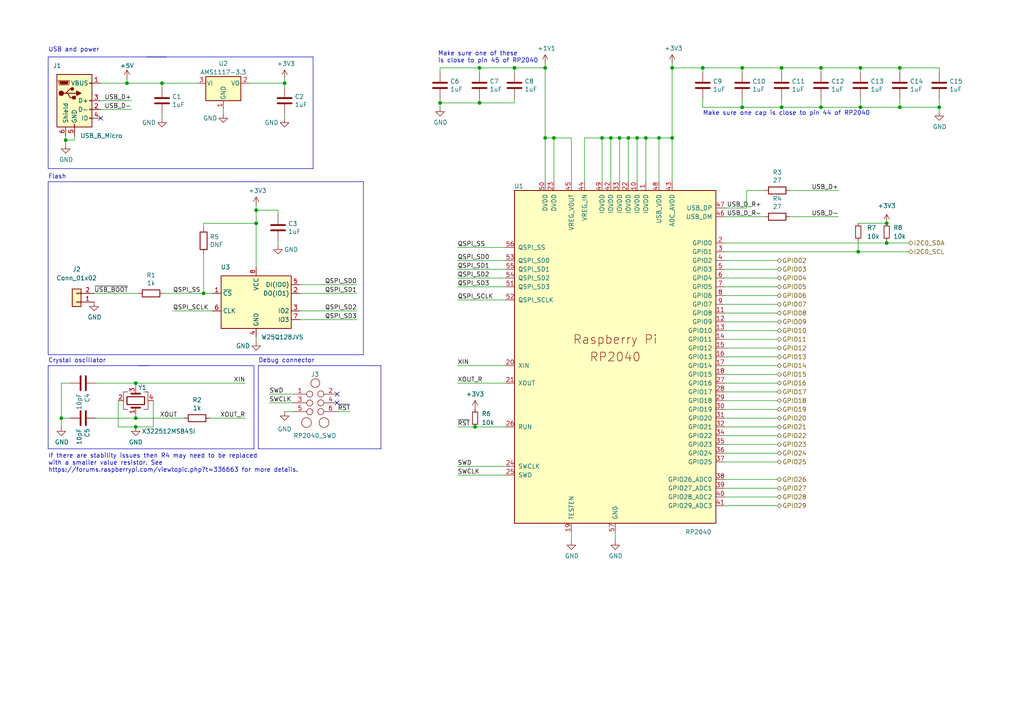
<source format=kicad_sch>
(kicad_sch (version 20230121) (generator eeschema)
  (paper "A4")
  (lib_symbols
    (symbol "+3V3_1" (power) (pin_names (offset 0))
      (property "Value" "+3V3_1" (at 0 3.556 0))
      (symbol "+3V3_1_0_1"
        (polyline (pts (xy -0.762 1.27) (xy 0 2.54)))
        (polyline (pts (xy 0 0) (xy 0 2.54)))
        (polyline (pts (xy 0 2.54) (xy 0.762 1.27)))
      )
      (symbol "+3V3_1_1_1"
        (pin power_in line (at 0 0 90) (length 0) hide (name "+3V3") (number "1"))
      )
    )
    (symbol "Connector:USB_B_Micro" (pin_names (offset 1.016))
      (property "Reference" "J" (at -5.08 11.43 0))
      (property "Value" "USB_B_Micro" (at -5.08 8.89 0))
      (symbol "USB_B_Micro_0_1"
        (rectangle (start -5.08 -7.62) (end 5.08 7.62) (stroke (width 0.254)) (fill (type background)))
        (circle (center -3.81 2.159) (radius 0.635) (stroke (width 0.254)) (fill (type outline)))
        (circle (center -0.635 3.429) (radius 0.381) (stroke (width 0.254)) (fill (type outline)))
        (rectangle (start -0.127 -7.62) (end 0.127 -6.858))
        (polyline (pts (xy -1.905 2.159) (xy 0.635 2.159)) (stroke (width 0.254)))
        (polyline (pts (xy -3.175 2.159) (xy -2.54 2.159) (xy -1.27 3.429) (xy -0.635 3.429)) (stroke (width 0.254)))
        (polyline (pts (xy -2.54 2.159) (xy -1.905 2.159) (xy -1.27 0.889) (xy 0 0.889)) (stroke (width 0.254)))
        (polyline (pts (xy 0.635 2.794) (xy 0.635 1.524) (xy 1.905 2.159) (xy 0.635 2.794)) (stroke (width 0.254)) (fill (type outline)))
        (polyline (pts (xy -4.318 5.588) (xy -1.778 5.588) (xy -2.032 4.826) (xy -4.064 4.826) (xy -4.318 5.588)) (fill (type outline)))
        (polyline (pts (xy -4.699 5.842) (xy -4.699 5.588) (xy -4.445 4.826) (xy -4.445 4.572) (xy -1.651 4.572) (xy -1.651 4.826) (xy -1.397 5.588) (xy -1.397 5.842) (xy -4.699 5.842)))
        (rectangle (start 0.254 1.27) (end -0.508 0.508) (stroke (width 0.254)) (fill (type outline)))
        (rectangle (start 5.08 -5.207) (end 4.318 -4.953))
        (rectangle (start 5.08 -2.667) (end 4.318 -2.413))
        (rectangle (start 5.08 -0.127) (end 4.318 0.127))
        (rectangle (start 5.08 4.953) (end 4.318 5.207))
      )
      (symbol "USB_B_Micro_1_1"
        (pin power_out line (at 7.62 5.08 180) (length 2.54) (name "VBUS") (number "1"))
        (pin bidirectional line (at 7.62 -2.54 180) (length 2.54) (name "D-") (number "2"))
        (pin bidirectional line (at 7.62 0 180) (length 2.54) (name "D+") (number "3"))
        (pin passive line (at 7.62 -5.08 180) (length 2.54) (name "ID") (number "4"))
        (pin power_out line (at 0 -10.16 90) (length 2.54) (name "GND") (number "5"))
        (pin passive line (at -2.54 -10.16 90) (length 2.54) (name "Shield") (number "6"))
      )
    )
    (symbol "Connector_Generic:Conn_01x02" (pin_names (offset 1.016) hide)
      (property "Reference" "J" (at 0 2.54 0))
      (property "Value" "Conn_01x02" (at 0 -5.08 0))
      (symbol "Conn_01x02_1_1"
        (rectangle (start -1.27 -2.413) (end 0 -2.667) (stroke (width 0.1524)))
        (rectangle (start -1.27 0.127) (end 0 -0.127) (stroke (width 0.1524)))
        (rectangle (start -1.27 1.27) (end 1.27 -3.81) (stroke (width 0.254)) (fill (type background)))
        (pin passive line (at -5.08 0 0) (length 3.81) (name "Pin_1") (number "1"))
        (pin passive line (at -5.08 -2.54 0) (length 3.81) (name "Pin_2") (number "2"))
      )
    )
    (symbol "Custom_Symbols:RP2040" (pin_names (offset 1.016))
      (property "Reference" "U" (at -29.21 49.53 0))
      (property "Value" "RP2040" (at 24.13 -49.53 0))
      (symbol "RP2040_0_0"
        (text "Raspberry Pi" (at 0 5.08 0) (effects (font (size 2.54 2.54))))
        (text "RP2040" (at 0 0 0) (effects (font (size 2.54 2.54))))
      )
      (symbol "RP2040_0_1"
        (rectangle (start 29.21 48.26) (end -29.21 -48.26) (stroke (width 0.254)) (fill (type background)))
      )
      (symbol "RP2040_1_1"
        (pin power_in line (at 8.89 50.8 270) (length 2.54) (name "IOVDD") (number "1"))
        (pin power_in line (at 6.35 50.8 270) (length 2.54) (name "IOVDD") (number "10"))
        (pin bidirectional line (at 31.75 12.7 180) (length 2.54) (name "GPIO8") (number "11"))
        (pin bidirectional line (at 31.75 10.16 180) (length 2.54) (name "GPIO9") (number "12"))
        (pin bidirectional line (at 31.75 7.62 180) (length 2.54) (name "GPIO10") (number "13"))
        (pin bidirectional line (at 31.75 5.08 180) (length 2.54) (name "GPIO11") (number "14"))
        (pin bidirectional line (at 31.75 2.54 180) (length 2.54) (name "GPIO12") (number "15"))
        (pin bidirectional line (at 31.75 0 180) (length 2.54) (name "GPIO13") (number "16"))
        (pin bidirectional line (at 31.75 -2.54 180) (length 2.54) (name "GPIO14") (number "17"))
        (pin bidirectional line (at 31.75 -5.08 180) (length 2.54) (name "GPIO15") (number "18"))
        (pin passive line (at -12.7 -50.8 90) (length 2.54) (name "TESTEN") (number "19"))
        (pin bidirectional line (at 31.75 33.02 180) (length 2.54) (name "GPIO0") (number "2"))
        (pin input line (at -31.75 -2.54 0) (length 2.54) (name "XIN") (number "20"))
        (pin passive line (at -31.75 -7.62 0) (length 2.54) (name "XOUT") (number "21"))
        (pin power_in line (at 3.81 50.8 270) (length 2.54) (name "IOVDD") (number "22"))
        (pin power_in line (at -17.78 50.8 270) (length 2.54) (name "DVDD") (number "23"))
        (pin output line (at -31.75 -31.75 0) (length 2.54) (name "SWCLK") (number "24"))
        (pin bidirectional line (at -31.75 -34.29 0) (length 2.54) (name "SWD") (number "25"))
        (pin input line (at -31.75 -20.32 0) (length 2.54) (name "RUN") (number "26"))
        (pin bidirectional line (at 31.75 -7.62 180) (length 2.54) (name "GPIO16") (number "27"))
        (pin bidirectional line (at 31.75 -10.16 180) (length 2.54) (name "GPIO17") (number "28"))
        (pin bidirectional line (at 31.75 -12.7 180) (length 2.54) (name "GPIO18") (number "29"))
        (pin bidirectional line (at 31.75 30.48 180) (length 2.54) (name "GPIO1") (number "3"))
        (pin bidirectional line (at 31.75 -15.24 180) (length 2.54) (name "GPIO19") (number "30"))
        (pin bidirectional line (at 31.75 -17.78 180) (length 2.54) (name "GPIO20") (number "31"))
        (pin bidirectional line (at 31.75 -20.32 180) (length 2.54) (name "GPIO21") (number "32"))
        (pin power_in line (at 1.27 50.8 270) (length 2.54) (name "IOVDD") (number "33"))
        (pin bidirectional line (at 31.75 -22.86 180) (length 2.54) (name "GPIO22") (number "34"))
        (pin bidirectional line (at 31.75 -25.4 180) (length 2.54) (name "GPIO23") (number "35"))
        (pin bidirectional line (at 31.75 -27.94 180) (length 2.54) (name "GPIO24") (number "36"))
        (pin bidirectional line (at 31.75 -30.48 180) (length 2.54) (name "GPIO25") (number "37"))
        (pin bidirectional line (at 31.75 -35.56 180) (length 2.54) (name "GPIO26_ADC0") (number "38"))
        (pin bidirectional line (at 31.75 -38.1 180) (length 2.54) (name "GPIO27_ADC1") (number "39"))
        (pin bidirectional line (at 31.75 27.94 180) (length 2.54) (name "GPIO2") (number "4"))
        (pin bidirectional line (at 31.75 -40.64 180) (length 2.54) (name "GPIO28_ADC2") (number "40"))
        (pin bidirectional line (at 31.75 -43.18 180) (length 2.54) (name "GPIO29_ADC3") (number "41"))
        (pin power_in line (at -1.27 50.8 270) (length 2.54) (name "IOVDD") (number "42"))
        (pin power_in line (at 16.51 50.8 270) (length 2.54) (name "ADC_AVDD") (number "43"))
        (pin power_in line (at -8.89 50.8 270) (length 2.54) (name "VREG_IN") (number "44"))
        (pin power_out line (at -12.7 50.8 270) (length 2.54) (name "VREG_VOUT") (number "45"))
        (pin bidirectional line (at 31.75 40.64 180) (length 2.54) (name "USB_DM") (number "46"))
        (pin bidirectional line (at 31.75 43.18 180) (length 2.54) (name "USB_DP") (number "47"))
        (pin power_in line (at 12.7 50.8 270) (length 2.54) (name "USB_VDD") (number "48"))
        (pin power_in line (at -3.81 50.8 270) (length 2.54) (name "IOVDD") (number "49"))
        (pin bidirectional line (at 31.75 25.4 180) (length 2.54) (name "GPIO3") (number "5"))
        (pin power_in line (at -20.32 50.8 270) (length 2.54) (name "DVDD") (number "50"))
        (pin bidirectional line (at -31.75 20.32 0) (length 2.54) (name "QSPI_SD3") (number "51"))
        (pin output line (at -31.75 16.51 0) (length 2.54) (name "QSPI_SCLK") (number "52"))
        (pin bidirectional line (at -31.75 27.94 0) (length 2.54) (name "QSPI_SD0") (number "53"))
        (pin bidirectional line (at -31.75 22.86 0) (length 2.54) (name "QSPI_SD2") (number "54"))
        (pin bidirectional line (at -31.75 25.4 0) (length 2.54) (name "QSPI_SD1") (number "55"))
        (pin bidirectional line (at -31.75 31.75 0) (length 2.54) (name "QSPI_SS") (number "56"))
        (pin power_in line (at 0 -50.8 90) (length 2.54) (name "GND") (number "57"))
        (pin bidirectional line (at 31.75 22.86 180) (length 2.54) (name "GPIO4") (number "6"))
        (pin bidirectional line (at 31.75 20.32 180) (length 2.54) (name "GPIO5") (number "7"))
        (pin bidirectional line (at 31.75 17.78 180) (length 2.54) (name "GPIO6") (number "8"))
        (pin bidirectional line (at 31.75 15.24 180) (length 2.54) (name "GPIO7") (number "9"))
      )
    )
    (symbol "Custom_Symbols:TC2030-IDC-NL" (pin_names (offset 1.016) hide)
      (property "Reference" "J" (at 0 -8.89 0))
      (property "Value" "TC2030-IDC-NL" (at 0.635 -11.43 0))
      (symbol "TC2030-IDC-NL_0_1"
        (circle (center -2.54 -5.715) (radius 1.4224))
        (circle (center -1.6002 2.54) (radius 0.889))
        (circle (center 0 5.715) (radius 1.27))
      )
      (symbol "TC2030-IDC-NL_1_1"
        (circle (center -1.6002 -2.5908) (radius 0.889))
        (circle (center -1.6002 -0.0508) (radius 0.889))
        (circle (center 1.6002 -2.54) (radius 0.889))
        (circle (center 1.6002 0) (radius 0.889))
        (circle (center 1.6002 2.5908) (radius 0.889))
        (circle (center 2.54 -5.715) (radius 1.4224))
        (pin passive line (at -6.35 2.54 0) (length 3.81) (name "Pin_1") (number "1"))
        (pin passive line (at 6.35 2.54 180) (length 3.81) (name "Pin_2") (number "2"))
        (pin passive line (at -6.35 0 0) (length 3.81) (name "Pin_3") (number "3"))
        (pin passive line (at 6.35 0 180) (length 3.81) (name "Pin_4") (number "4"))
        (pin passive line (at -6.35 -2.54 0) (length 3.81) (name "Pin_5") (number "5"))
        (pin passive line (at 6.35 -2.54 180) (length 3.81) (name "Pin_6") (number "6"))
      )
    )
    (symbol "Device:C" (pin_numbers hide) (pin_names (offset 0.254))
      (property "Reference" "C" (at 0.635 2.54 0))
      (property "Value" "C" (at 0.635 -2.54 0))
      (symbol "C_0_1"
        (polyline (pts (xy -2.032 -0.762) (xy 2.032 -0.762)) (stroke (width 0.508)))
        (polyline (pts (xy -2.032 0.762) (xy 2.032 0.762)) (stroke (width 0.508)))
      )
      (symbol "C_1_1"
        (pin passive line (at 0 3.81 270) (length 2.794) (name "~") (number "1"))
        (pin passive line (at 0 -3.81 90) (length 2.794) (name "~") (number "2"))
      )
    )
    (symbol "Device:Crystal_GND24" (pin_names (offset 1.016) hide)
      (property "Reference" "Y" (at 3.175 5.08 0))
      (property "Value" "Crystal_GND24" (at 3.175 3.175 0))
      (symbol "Crystal_GND24_0_1"
        (rectangle (start -1.143 2.54) (end 1.143 -2.54) (stroke (width 0.3048)))
        (polyline (pts (xy -2.54 0) (xy -2.032 0)))
        (polyline (pts (xy -2.032 -1.27) (xy -2.032 1.27)) (stroke (width 0.508)))
        (polyline (pts (xy 0 -3.81) (xy 0 -3.556)))
        (polyline (pts (xy 0 3.556) (xy 0 3.81)))
        (polyline (pts (xy 2.032 -1.27) (xy 2.032 1.27)) (stroke (width 0.508)))
        (polyline (pts (xy 2.032 0) (xy 2.54 0)))
        (polyline (pts (xy -2.54 -2.286) (xy -2.54 -3.556) (xy 2.54 -3.556) (xy 2.54 -2.286)))
        (polyline (pts (xy -2.54 2.286) (xy -2.54 3.556) (xy 2.54 3.556) (xy 2.54 2.286)))
      )
      (symbol "Crystal_GND24_1_1"
        (pin passive line (at -3.81 0 0) (length 1.27) (name "1") (number "1"))
        (pin passive line (at 0 5.08 270) (length 1.27) (name "2") (number "2"))
        (pin passive line (at 3.81 0 180) (length 1.27) (name "3") (number "3"))
        (pin passive line (at 0 -5.08 90) (length 1.27) (name "4") (number "4"))
      )
    )
    (symbol "Device:R" (pin_numbers hide) (pin_names (offset 0))
      (property "Reference" "R" (at 2.032 0 90))
      (property "Value" "R" (at 0 0 90))
      (symbol "R_0_1"
        (rectangle (start -1.016 -2.54) (end 1.016 2.54) (stroke (width 0.254)))
      )
      (symbol "R_1_1"
        (pin passive line (at 0 3.81 270) (length 1.27) (name "~") (number "1"))
        (pin passive line (at 0 -3.81 90) (length 1.27) (name "~") (number "2"))
      )
    )
    (symbol "Device:R_Small" (pin_numbers hide) (pin_names (offset 0.254) hide)
      (property "Reference" "R" (at 0.762 0.508 0))
      (property "Value" "R_Small" (at 0.762 -1.016 0))
      (symbol "R_Small_0_1"
        (rectangle (start -0.762 1.778) (end 0.762 -1.778) (stroke (width 0.2032)))
      )
      (symbol "R_Small_1_1"
        (pin passive line (at 0 2.54 270) (length 0.762) (name "~") (number "1"))
        (pin passive line (at 0 -2.54 90) (length 0.762) (name "~") (number "2"))
      )
    )
    (symbol "Memory_Flash:W25Q128JVS"
      (property "Reference" "U" (at -8.89 8.89 0))
      (property "Value" "W25Q128JVS" (at 7.62 8.89 0))
      (symbol "W25Q128JVS_0_1"
        (rectangle (start -10.16 7.62) (end 10.16 -7.62) (stroke (width 0.254)) (fill (type background)))
      )
      (symbol "W25Q128JVS_1_1"
        (pin input line (at -12.7 2.54 0) (length 2.54) (name "~{CS}") (number "1"))
        (pin bidirectional line (at 12.7 2.54 180) (length 2.54) (name "DO(IO1)") (number "2"))
        (pin bidirectional line (at 12.7 -2.54 180) (length 2.54) (name "IO2") (number "3"))
        (pin power_in line (at 0 -10.16 90) (length 2.54) (name "GND") (number "4"))
        (pin bidirectional line (at 12.7 5.08 180) (length 2.54) (name "DI(IO0)") (number "5"))
        (pin input line (at -12.7 -2.54 0) (length 2.54) (name "CLK") (number "6"))
        (pin bidirectional line (at 12.7 -5.08 180) (length 2.54) (name "IO3") (number "7"))
        (pin power_in line (at 0 10.16 270) (length 2.54) (name "VCC") (number "8"))
      )
    )
    (symbol "Regulator_Linear:AMS1117-3.3" (pin_names (offset 0.254))
      (property "Reference" "U" (at -3.81 3.175 0))
      (property "Value" "AMS1117-3.3" (at 0 3.175 0))
      (symbol "AMS1117-3.3_0_1"
        (rectangle (start -5.08 -5.08) (end 5.08 1.905) (stroke (width 0.254)) (fill (type background)))
      )
      (symbol "AMS1117-3.3_1_1"
        (pin power_in line (at 0 -7.62 90) (length 2.54) (name "GND") (number "1"))
        (pin power_out line (at 7.62 0 180) (length 2.54) (name "VO") (number "2"))
        (pin power_in line (at -7.62 0 0) (length 2.54) (name "VI") (number "3"))
      )
    )
    (symbol "power:+1V1" (power) (pin_names (offset 0))
      (property "Value" "+1V1" (at 0 3.556 0))
      (symbol "+1V1_0_1"
        (polyline (pts (xy -0.762 1.27) (xy 0 2.54)))
        (polyline (pts (xy 0 0) (xy 0 2.54)))
        (polyline (pts (xy 0 2.54) (xy 0.762 1.27)))
      )
      (symbol "+1V1_1_1"
        (pin power_in line (at 0 0 90) (length 0) hide (name "+1V1") (number "1"))
      )
    )
    (symbol "power:+3V3" (power) (pin_names (offset 0))
      (property "Value" "+3V3" (at 0 3.556 0))
      (symbol "+3V3_0_1"
        (polyline (pts (xy -0.762 1.27) (xy 0 2.54)))
        (polyline (pts (xy 0 0) (xy 0 2.54)))
        (polyline (pts (xy 0 2.54) (xy 0.762 1.27)))
      )
      (symbol "+3V3_1_1"
        (pin power_in line (at 0 0 90) (length 0) hide (name "+3V3") (number "1"))
      )
    )
    (symbol "power:+5V" (power) (pin_names (offset 0))
      (property "Value" "+5V" (at 0 3.556 0))
      (symbol "+5V_0_1"
        (polyline (pts (xy -0.762 1.27) (xy 0 2.54)))
        (polyline (pts (xy 0 0) (xy 0 2.54)))
        (polyline (pts (xy 0 2.54) (xy 0.762 1.27)))
      )
      (symbol "+5V_1_1"
        (pin power_in line (at 0 0 90) (length 0) hide (name "+5V") (number "1"))
      )
    )
    (symbol "power:GND" (power) (pin_names (offset 0))
      (property "Value" "GND" (at 0 -3.81 0))
      (symbol "GND_0_1"
        (polyline (pts (xy 0 0) (xy 0 -1.27) (xy 1.27 -1.27) (xy 0 -2.54) (xy -1.27 -1.27) (xy 0 -1.27)))
      )
      (symbol "GND_1_1"
        (pin power_in line (at 0 0 270) (length 0) hide (name "GND") (number "1"))
      )
    )
  )
  (junction (at 238.125 31.115))
  (junction (at 203.835 19.685))
  (junction (at 39.37 111.125))
  (junction (at 257.175 70.485))
  (junction (at 249.555 19.685))
  (junction (at 174.625 40.005))
  (junction (at 260.985 31.115))
  (junction (at 46.99 24.13))
  (junction (at 39.37 121.285))
  (junction (at 272.415 31.115))
  (junction (at 59.055 85.09))
  (junction (at 127.635 29.845))
  (junction (at 158.115 40.005))
  (junction (at 19.05 40.64))
  (junction (at 160.655 40.005))
  (junction (at 74.295 64.77))
  (junction (at 249.555 31.115))
  (junction (at 82.55 24.13))
  (junction (at 260.985 19.685))
  (junction (at 194.945 19.685))
  (junction (at 215.265 19.685))
  (junction (at 39.37 123.825))
  (junction (at 158.115 19.685))
  (junction (at 257.175 64.77))
  (junction (at 177.165 40.005))
  (junction (at 182.245 40.005))
  (junction (at 184.785 40.005))
  (junction (at 226.695 19.685))
  (junction (at 238.125 19.685))
  (junction (at 226.695 31.115))
  (junction (at 149.225 19.685))
  (junction (at 36.83 24.13))
  (junction (at 248.92 73.025))
  (junction (at 74.295 60.96))
  (junction (at 215.265 31.115))
  (junction (at 187.325 40.005))
  (junction (at 17.78 121.285))
  (junction (at 191.135 40.005))
  (junction (at 139.065 19.685))
  (junction (at 139.065 29.845))
  (junction (at 137.795 123.825))
  (junction (at 179.705 40.005))
  (junction (at 194.945 40.005))
  (no_connect (at 97.79 114.3))
  (no_connect (at 97.79 116.84))
  (no_connect (at 29.21 34.29))
  (wire (pts (xy 257.175 70.485) (xy 257.175 69.85)))
  (wire (pts (xy 139.065 20.955) (xy 139.065 19.685)))
  (wire (pts (xy 210.185 103.505) (xy 225.425 103.505)))
  (wire (pts (xy 132.715 135.255) (xy 146.685 135.255)))
  (wire (pts (xy 216.535 55.245) (xy 221.615 55.245)))
  (wire (pts (xy 86.995 92.71) (xy 103.505 92.71)))
  (wire (pts (xy 36.83 22.86) (xy 36.83 24.13)))
  (wire (pts (xy 127.635 29.845) (xy 127.635 31.115)))
  (wire (pts (xy 272.415 31.115) (xy 272.415 32.385)))
  (wire (pts (xy 139.065 29.845) (xy 139.065 28.575)))
  (wire (pts (xy 229.235 62.865) (xy 243.205 62.865)))
  (wire (pts (xy 210.185 116.205) (xy 225.425 116.205)))
  (wire (pts (xy 260.985 19.685) (xy 272.415 19.685)))
  (wire (pts (xy 127.635 28.575) (xy 127.635 29.845)))
  (wire (pts (xy 238.125 19.685) (xy 249.555 19.685)))
  (wire (pts (xy 165.735 52.705) (xy 165.735 40.005)))
  (wire (pts (xy 82.55 25.4) (xy 82.55 24.13)))
  (polyline (pts (xy 73.66 130.175) (xy 73.66 106.045)))
  (wire (pts (xy 272.415 28.575) (xy 272.415 31.115)))
  (wire (pts (xy 203.835 28.575) (xy 203.835 31.115)))
  (wire (pts (xy 179.705 40.005) (xy 182.245 40.005)))
  (wire (pts (xy 184.785 40.005) (xy 187.325 40.005)))
  (wire (pts (xy 149.225 19.685) (xy 158.115 19.685)))
  (polyline (pts (xy 42.545 16.51) (xy 90.805 16.51)))
  (wire (pts (xy 215.265 19.685) (xy 226.695 19.685)))
  (wire (pts (xy 82.55 33.02) (xy 82.55 34.29)))
  (polyline (pts (xy 40.005 106.045) (xy 73.66 106.045)))
  (wire (pts (xy 74.295 59.69) (xy 74.295 60.96)))
  (wire (pts (xy 132.715 106.045) (xy 146.685 106.045)))
  (wire (pts (xy 169.545 40.005) (xy 174.625 40.005)))
  (wire (pts (xy 57.15 24.13) (xy 46.99 24.13)))
  (wire (pts (xy 169.545 52.705) (xy 169.545 40.005)))
  (wire (pts (xy 44.45 123.825) (xy 39.37 123.825)))
  (wire (pts (xy 210.185 144.145) (xy 225.425 144.145)))
  (wire (pts (xy 74.295 64.77) (xy 74.295 77.47)))
  (wire (pts (xy 39.37 121.285) (xy 53.34 121.285)))
  (wire (pts (xy 249.555 28.575) (xy 249.555 31.115)))
  (wire (pts (xy 182.245 52.705) (xy 182.245 40.005)))
  (wire (pts (xy 191.135 52.705) (xy 191.135 40.005)))
  (wire (pts (xy 226.695 28.575) (xy 226.695 31.115)))
  (wire (pts (xy 249.555 19.685) (xy 260.985 19.685)))
  (wire (pts (xy 257.175 70.485) (xy 263.525 70.485)))
  (polyline (pts (xy 13.97 106.045) (xy 13.97 130.175)))
  (wire (pts (xy 210.185 70.485) (xy 257.175 70.485)))
  (polyline (pts (xy 74.93 106.045) (xy 101.6 106.045)))
  (wire (pts (xy 238.125 20.955) (xy 238.125 19.685)))
  (wire (pts (xy 39.37 112.395) (xy 39.37 111.125)))
  (wire (pts (xy 127.635 20.955) (xy 127.635 19.685)))
  (wire (pts (xy 20.32 121.285) (xy 17.78 121.285)))
  (wire (pts (xy 210.185 85.725) (xy 225.425 85.725)))
  (wire (pts (xy 210.185 98.425) (xy 225.425 98.425)))
  (wire (pts (xy 82.55 119.38) (xy 85.09 119.38)))
  (wire (pts (xy 132.715 80.645) (xy 146.685 80.645)))
  (wire (pts (xy 19.05 39.37) (xy 19.05 40.64)))
  (wire (pts (xy 203.835 20.955) (xy 203.835 19.685)))
  (wire (pts (xy 132.715 75.565) (xy 146.685 75.565)))
  (wire (pts (xy 72.39 24.13) (xy 82.55 24.13)))
  (wire (pts (xy 210.185 118.745) (xy 225.425 118.745)))
  (polyline (pts (xy 90.805 48.895) (xy 90.805 16.51)))
  (polyline (pts (xy 74.93 106.045) (xy 74.93 130.175)))
  (wire (pts (xy 137.795 123.825) (xy 146.685 123.825)))
  (wire (pts (xy 210.185 80.645) (xy 225.425 80.645)))
  (wire (pts (xy 50.165 90.17) (xy 61.595 90.17)))
  (wire (pts (xy 34.29 123.825) (xy 39.37 123.825)))
  (polyline (pts (xy 110.49 106.045) (xy 110.49 130.175)))
  (wire (pts (xy 260.985 31.115) (xy 272.415 31.115)))
  (wire (pts (xy 226.695 31.115) (xy 215.265 31.115)))
  (wire (pts (xy 178.435 154.305) (xy 178.435 156.845)))
  (wire (pts (xy 132.715 123.825) (xy 137.795 123.825)))
  (wire (pts (xy 29.21 29.21) (xy 38.1 29.21)))
  (polyline (pts (xy 75.565 52.705) (xy 13.97 52.705)))
  (wire (pts (xy 177.165 40.005) (xy 179.705 40.005)))
  (wire (pts (xy 132.715 137.795) (xy 146.685 137.795)))
  (wire (pts (xy 272.415 20.955) (xy 272.415 19.685)))
  (polyline (pts (xy 13.97 130.175) (xy 73.66 130.175)))
  (wire (pts (xy 127.635 19.685) (xy 139.065 19.685)))
  (wire (pts (xy 210.185 123.825) (xy 225.425 123.825)))
  (wire (pts (xy 210.185 100.965) (xy 225.425 100.965)))
  (wire (pts (xy 39.37 111.125) (xy 71.12 111.125)))
  (wire (pts (xy 46.99 33.02) (xy 46.99 34.29)))
  (wire (pts (xy 210.185 141.605) (xy 225.425 141.605)))
  (wire (pts (xy 139.065 19.685) (xy 149.225 19.685)))
  (wire (pts (xy 194.945 40.005) (xy 194.945 52.705)))
  (wire (pts (xy 34.29 116.205) (xy 34.29 123.825)))
  (wire (pts (xy 80.645 60.96) (xy 74.295 60.96)))
  (wire (pts (xy 160.655 40.005) (xy 158.115 40.005)))
  (wire (pts (xy 78.105 116.84) (xy 85.09 116.84)))
  (wire (pts (xy 132.715 83.185) (xy 146.685 83.185)))
  (wire (pts (xy 260.985 20.955) (xy 260.985 19.685)))
  (wire (pts (xy 179.705 52.705) (xy 179.705 40.005)))
  (wire (pts (xy 210.185 73.025) (xy 248.92 73.025)))
  (wire (pts (xy 210.185 108.585) (xy 225.425 108.585)))
  (wire (pts (xy 226.695 20.955) (xy 226.695 19.685)))
  (wire (pts (xy 182.245 40.005) (xy 184.785 40.005)))
  (polyline (pts (xy 13.97 48.895) (xy 90.805 48.895)))
  (wire (pts (xy 210.185 111.125) (xy 225.425 111.125)))
  (polyline (pts (xy 43.18 106.045) (xy 13.97 106.045)))
  (wire (pts (xy 215.265 20.955) (xy 215.265 19.685)))
  (wire (pts (xy 187.325 40.005) (xy 191.135 40.005)))
  (wire (pts (xy 27.94 111.125) (xy 39.37 111.125)))
  (wire (pts (xy 210.185 60.325) (xy 216.535 60.325)))
  (wire (pts (xy 21.59 40.64) (xy 19.05 40.64)))
  (wire (pts (xy 226.695 19.685) (xy 238.125 19.685)))
  (wire (pts (xy 165.735 154.305) (xy 165.735 156.845)))
  (wire (pts (xy 210.185 113.665) (xy 225.425 113.665)))
  (wire (pts (xy 210.185 146.685) (xy 225.425 146.685)))
  (wire (pts (xy 39.37 120.015) (xy 39.37 121.285)))
  (wire (pts (xy 238.125 31.115) (xy 226.695 31.115)))
  (wire (pts (xy 216.535 55.245) (xy 216.535 60.325)))
  (polyline (pts (xy 48.26 16.51) (xy 13.97 16.51)))
  (wire (pts (xy 21.59 39.37) (xy 21.59 40.64)))
  (wire (pts (xy 139.065 29.845) (xy 149.225 29.845)))
  (wire (pts (xy 160.655 52.705) (xy 160.655 40.005)))
  (wire (pts (xy 194.945 19.685) (xy 194.945 40.005)))
  (wire (pts (xy 203.835 19.685) (xy 215.265 19.685)))
  (wire (pts (xy 40.005 85.09) (xy 27.305 85.09)))
  (wire (pts (xy 210.185 93.345) (xy 225.425 93.345)))
  (wire (pts (xy 80.645 69.85) (xy 80.645 71.12)))
  (wire (pts (xy 238.125 28.575) (xy 238.125 31.115)))
  (wire (pts (xy 59.055 85.09) (xy 61.595 85.09)))
  (wire (pts (xy 210.185 128.905) (xy 225.425 128.905)))
  (wire (pts (xy 17.78 111.125) (xy 17.78 121.285)))
  (wire (pts (xy 64.77 31.75) (xy 64.77 33.02)))
  (wire (pts (xy 210.185 131.445) (xy 225.425 131.445)))
  (wire (pts (xy 215.265 31.115) (xy 203.835 31.115)))
  (wire (pts (xy 184.785 52.705) (xy 184.785 40.005)))
  (wire (pts (xy 215.265 28.575) (xy 215.265 31.115)))
  (wire (pts (xy 210.185 78.105) (xy 225.425 78.105)))
  (wire (pts (xy 165.735 40.005) (xy 160.655 40.005)))
  (wire (pts (xy 59.055 73.66) (xy 59.055 85.09)))
  (polyline (pts (xy 105.41 102.87) (xy 105.41 52.705)))
  (wire (pts (xy 149.225 19.685) (xy 149.225 20.955)))
  (wire (pts (xy 132.715 78.105) (xy 146.685 78.105)))
  (wire (pts (xy 149.225 29.845) (xy 149.225 28.575)))
  (wire (pts (xy 20.32 111.125) (xy 17.78 111.125)))
  (wire (pts (xy 29.21 31.75) (xy 38.1 31.75)))
  (wire (pts (xy 29.21 24.13) (xy 36.83 24.13)))
  (wire (pts (xy 97.79 119.38) (xy 101.6 119.38)))
  (wire (pts (xy 86.995 82.55) (xy 103.505 82.55)))
  (wire (pts (xy 127.635 29.845) (xy 139.065 29.845)))
  (wire (pts (xy 47.625 85.09) (xy 59.055 85.09)))
  (wire (pts (xy 19.05 40.64) (xy 19.05 41.91)))
  (wire (pts (xy 44.45 116.205) (xy 44.45 123.825)))
  (wire (pts (xy 59.055 66.04) (xy 59.055 64.77)))
  (wire (pts (xy 191.135 40.005) (xy 194.945 40.005)))
  (wire (pts (xy 210.185 90.805) (xy 225.425 90.805)))
  (polyline (pts (xy 69.215 52.705) (xy 105.41 52.705)))
  (wire (pts (xy 78.105 114.3) (xy 85.09 114.3)))
  (polyline (pts (xy 13.97 52.705) (xy 13.97 102.87)))
  (wire (pts (xy 146.685 86.995) (xy 132.715 86.995)))
  (wire (pts (xy 248.92 73.025) (xy 248.92 69.85)))
  (wire (pts (xy 210.185 62.865) (xy 221.615 62.865)))
  (wire (pts (xy 86.995 85.09) (xy 103.505 85.09)))
  (wire (pts (xy 210.185 83.185) (xy 225.425 83.185)))
  (wire (pts (xy 194.945 19.685) (xy 203.835 19.685)))
  (wire (pts (xy 210.185 75.565) (xy 225.425 75.565)))
  (wire (pts (xy 260.985 31.115) (xy 249.555 31.115)))
  (polyline (pts (xy 13.97 102.87) (xy 105.41 102.87)))
  (wire (pts (xy 80.645 62.23) (xy 80.645 60.96)))
  (wire (pts (xy 174.625 40.005) (xy 177.165 40.005)))
  (wire (pts (xy 59.055 64.77) (xy 74.295 64.77)))
  (polyline (pts (xy 13.97 16.51) (xy 13.97 48.895)))
  (wire (pts (xy 17.78 121.285) (xy 17.78 123.825)))
  (wire (pts (xy 74.295 60.96) (xy 74.295 64.77)))
  (wire (pts (xy 210.185 139.065) (xy 225.425 139.065)))
  (wire (pts (xy 187.325 40.005) (xy 187.325 52.705)))
  (wire (pts (xy 82.55 24.13) (xy 82.55 22.86)))
  (wire (pts (xy 210.185 126.365) (xy 225.425 126.365)))
  (wire (pts (xy 210.185 106.045) (xy 225.425 106.045)))
  (wire (pts (xy 60.96 121.285) (xy 71.12 121.285)))
  (wire (pts (xy 36.83 24.13) (xy 46.99 24.13)))
  (wire (pts (xy 158.115 18.415) (xy 158.115 19.685)))
  (wire (pts (xy 248.92 64.77) (xy 257.175 64.77)))
  (wire (pts (xy 248.92 73.025) (xy 263.525 73.025)))
  (wire (pts (xy 229.235 55.245) (xy 243.205 55.245)))
  (wire (pts (xy 146.685 71.755) (xy 132.715 71.755)))
  (wire (pts (xy 27.94 121.285) (xy 39.37 121.285)))
  (wire (pts (xy 210.185 95.885) (xy 225.425 95.885)))
  (wire (pts (xy 210.185 133.985) (xy 225.425 133.985)))
  (polyline (pts (xy 101.6 106.045) (xy 110.49 106.045)))
  (wire (pts (xy 260.985 28.575) (xy 260.985 31.115)))
  (wire (pts (xy 74.295 97.79) (xy 74.295 99.06)))
  (wire (pts (xy 177.165 52.705) (xy 177.165 40.005)))
  (wire (pts (xy 210.185 121.285) (xy 225.425 121.285)))
  (polyline (pts (xy 74.93 130.175) (xy 101.6 130.175)))
  (wire (pts (xy 158.115 40.005) (xy 158.115 52.705)))
  (wire (pts (xy 249.555 31.115) (xy 238.125 31.115)))
  (wire (pts (xy 86.995 90.17) (xy 103.505 90.17)))
  (wire (pts (xy 194.945 18.415) (xy 194.945 19.685)))
  (wire (pts (xy 158.115 19.685) (xy 158.115 40.005)))
  (polyline (pts (xy 110.49 130.175) (xy 101.6 130.175)))
  (wire (pts (xy 210.185 88.265) (xy 225.425 88.265)))
  (wire (pts (xy 146.685 111.125) (xy 132.715 111.125)))
  (wire (pts (xy 249.555 20.955) (xy 249.555 19.685)))
  (wire (pts (xy 174.625 52.705) (xy 174.625 40.005)))
  (wire (pts (xy 46.99 25.4) (xy 46.99 24.13)))
  (text "Make sure one of these\nis close to pin 45 of RP2040" (at 127 18.415 0) (effects (font (size 1.27 1.27)) (justify left bottom)))
  (text "USB and power" (at 13.97 15.24 0) (effects (font (size 1.27 1.27)) (justify left bottom)))
  (text "Make sure one cap is close to pin 44 of RP2040" (at 203.835 33.655 0) (effects (font (size 1.27 1.27)) (justify left bottom)))
  (text "Debug connector" (at 74.93 105.41 0) (effects (font (size 1.27 1.27)) (justify left bottom)))
  (text "If there are stability issues then R4 may need to be replaced\nwith a smaller value resistor. See \nhttps://forums.raspberrypi.com/viewtopic.php?t=336663 for more details." (at 13.97 137.16 0) (effects (font (size 1.27 1.27)) (justify left bottom)))
  (text "Flash" (at 13.97 52.07 0) (effects (font (size 1.27 1.27)) (justify left bottom)))
  (text "Crystal oscillator" (at 13.97 105.41 0) (effects (font (size 1.27 1.27)) (justify left bottom)))
  (label "XOUT_R" (at 132.715 111.125 0))
  (label "QSPI_SD1" (at 132.715 78.105 0))
  (label "SWCLK" (at 78.105 116.84 0))
  (label "XOUT" (at 46.355 121.285 0))
  (label "USB_D-" (at 243.205 62.865 180))
  (label "QSPI_SCLK" (at 132.715 86.995 0))
  (label "QSPI_SD0" (at 103.505 82.55 180))
  (label "XIN" (at 132.715 106.045 0))
  (label "QSPI_SD2" (at 103.505 90.17 180))
  (label "SWD" (at 132.715 135.255 0))
  (label "QSPI_SD0" (at 132.715 75.565 0))
  (label "QSPI_SD3" (at 103.505 92.71 180))
  (label "QSPI_SD3" (at 132.715 83.185 0))
  (label "SWD" (at 78.105 114.3 0))
  (label "QSPI_SD1" (at 103.505 85.09 180))
  (label "USB_D_R-" (at 210.82 62.865 0))
  (label "QSPI_SS" (at 132.715 71.755 0))
  (label "~{RST}" (at 101.6 119.38 180))
  (label "QSPI_SCLK" (at 50.165 90.17 0))
  (label "USB_D+" (at 38.1 29.21 180))
  (label "SWCLK" (at 132.715 137.795 0))
  (label "QSPI_SS" (at 50.165 85.09 0))
  (label "QSPI_SD2" (at 132.715 80.645 0))
  (label "USB_D_R+" (at 210.82 60.325 0))
  (label "~{USB_BOOT}" (at 27.305 85.09 0))
  (label "~{RST}" (at 132.715 123.825 0))
  (label "XOUT_R" (at 71.12 121.285 180))
  (label "XIN" (at 71.12 111.125 180))
  (label "USB_D+" (at 243.205 55.245 180))
  (label "USB_D-" (at 38.1 31.75 180))
  (hierarchical_label "GPIO26" (shape bidirectional) (at 225.425 139.065 0))
  (hierarchical_label "GPIO25" (shape bidirectional) (at 225.425 133.985 0))
  (hierarchical_label "GPIO09" (shape bidirectional) (at 225.425 93.345 0))
  (hierarchical_label "GPIO02" (shape bidirectional) (at 225.425 75.565 0))
  (hierarchical_label "GPIO17" (shape bidirectional) (at 225.425 113.665 0))
  (hierarchical_label "GPIO24" (shape bidirectional) (at 225.425 131.445 0))
  (hierarchical_label "GPIO27" (shape bidirectional) (at 225.425 141.605 0))
  (hierarchical_label "GPIO29" (shape bidirectional) (at 225.425 146.685 0))
  (hierarchical_label "GPIO06" (shape bidirectional) (at 225.425 85.725 0))
  (hierarchical_label "I2C0_SDA" (shape bidirectional) (at 263.525 70.485 0))
  (hierarchical_label "GPIO23" (shape bidirectional) (at 225.425 128.905 0))
  (hierarchical_label "GPIO04" (shape bidirectional) (at 225.425 80.645 0))
  (hierarchical_label "GPIO11" (shape bidirectional) (at 225.425 98.425 0))
  (hierarchical_label "GPIO13" (shape bidirectional) (at 225.425 103.505 0))
  (hierarchical_label "GPIO21" (shape bidirectional) (at 225.425 123.825 0))
  (hierarchical_label "GPIO08" (shape bidirectional) (at 225.425 90.805 0))
  (hierarchical_label "GPIO28" (shape bidirectional) (at 225.425 144.145 0))
  (hierarchical_label "GPIO22" (shape bidirectional) (at 225.425 126.365 0))
  (hierarchical_label "GPIO10" (shape bidirectional) (at 225.425 95.885 0))
  (hierarchical_label "GPIO19" (shape bidirectional) (at 225.425 118.745 0))
  (hierarchical_label "GPIO20" (shape bidirectional) (at 225.425 121.285 0))
  (hierarchical_label "GPIO07" (shape bidirectional) (at 225.425 88.265 0))
  (hierarchical_label "I2C0_SCL" (shape bidirectional) (at 263.525 73.025 0))
  (hierarchical_label "GPIO16" (shape bidirectional) (at 225.425 111.125 0))
  (hierarchical_label "GPIO05" (shape bidirectional) (at 225.425 83.185 0))
  (hierarchical_label "GPIO03" (shape bidirectional) (at 225.425 78.105 0))
  (hierarchical_label "GPIO15" (shape bidirectional) (at 225.425 108.585 0))
  (hierarchical_label "GPIO12" (shape bidirectional) (at 225.425 100.965 0))
  (hierarchical_label "GPIO18" (shape bidirectional) (at 225.425 116.205 0))
  (hierarchical_label "GPIO14" (shape bidirectional) (at 225.425 106.045 0))
  (symbol (lib_id "power:+5V") (at 36.83 22.86 0) (unit 1)
    (property "Reference" "#PWR0113" (effects hide))
    (property "Value" "+5V" (at 36.83 19.05 0))
  )
  (symbol (lib_id "power:GND") (at 64.77 33.02 0) (unit 1)
    (property "Reference" "#PWR0110" (effects hide))
    (property "Value" "GND" (at 60.96 34.29 0))
  )
  (symbol (lib_id "power:+1V1") (at 158.115 18.415 0) (unit 1)
    (property "Reference" "#PWR037" (effects hide))
    (property "Value" "+1V1" (at 158.496 14.0208 0))
  )
  (symbol (lib_id "power:GND") (at 178.435 156.845 0) (unit 1)
    (property "Reference" "#PWR039" (effects hide))
    (property "Value" "GND" (at 178.562 161.2392 0))
  )
  (symbol (lib_id "Connector:USB_B_Micro") (at 21.59 29.21 0) (unit 1)
    (property "Reference" "J1" (at 17.78 19.05 0) (effects (justify right)))
    (property "Value" "USB_B_Micro" (at 35.56 39.37 0) (effects (justify right)))
    (property "Footprint" "Custom_Footprints:USB_B_Mini_Amphenol_UE25BE5510H" (effects hide))
  )
  (symbol (lib_id "Device:R_Small") (at 257.175 67.31 0) (unit 1)
    (property "Reference" "R8" (at 259.08 66.04 0) (effects (justify left)))
    (property "Value" "10k" (at 259.08 68.58 0) (effects (justify left)))
    (property "Footprint" "Custom_Footprints:Perfect_0402" (effects hide))
    (property "MPN - JLCPCB" "C25744" (effects hide))
  )
  (symbol (lib_id "Device:C") (at 215.265 24.765 0) (unit 1)
    (property "Reference" "C10" (at 218.186 23.5966 0) (effects (justify left)))
    (property "Value" "1uF" (at 218.186 25.908 0) (effects (justify left)))
    (property "Footprint" "Custom_Footprints:Perfect_0402" (effects hide))
    (property "MPN - JLCPCB" "C52923" (effects hide))
  )
  (symbol (lib_id "Device:Crystal_GND24") (at 39.37 116.205 90) (unit 1)
    (property "Reference" "Y1" (at 41.275 112.395 90))
    (property "Value" "X322512MSB4SI" (at 48.895 125.095 90))
    (property "Footprint" "Crystal:Crystal_SMD_3225-4Pin_3.2x2.5mm" (effects hide))
    (property "MPN - JLCPCB" "C9002" (effects hide))
  )
  (symbol (lib_id "Custom_Symbols:TC2030-IDC-NL") (at 91.44 116.84 0) (unit 1)
    (property "Reference" "J3" (at 90.17 108.585 0) (effects (justify left)))
    (property "Value" "RP2040_SWD" (at 85.09 126.365 0) (effects (justify left)))
    (property "Footprint" "Connector:Tag-Connect_TC2030-IDC-NL_2x03_P1.27mm_Vertical" (effects hide))
    (property "Datasheet" "https://www.tag-connect.com/wp-content/uploads/bsk-pdf-manager/2019/12/TC2030-IDC-NL-Datasheet-Rev-B.pdf" (effects hide))
  )
  (symbol (lib_id "Custom_Symbols:RP2040") (at 178.435 103.505 0) (unit 1)
    (property "Reference" "U1" (at 150.495 53.975 0))
    (property "Value" "RP2040" (at 202.565 154.305 0))
    (property "Footprint" "Custom_Footprints:QFN56P40_700X700X90L40X18T310N" (effects hide))
    (property "Datasheet" "https://datasheets.raspberrypi.com/rp2040/rp2040-datasheet.pdf" (effects hide))
    (property "MPN - JLCPCB" "C2040" (effects hide))
  )
  (symbol (lib_id "power:+3V3") (at 137.795 118.745 0) (unit 1)
    (property "Reference" "#PWR02" (effects hide))
    (property "Value" "+3V3" (at 137.795 114.3 0))
  )
  (symbol (lib_id "Device:R") (at 43.815 85.09 270) (unit 1)
    (property "Reference" "R1" (at 43.815 79.8322 90))
    (property "Value" "1k" (at 43.815 82.1436 90))
    (property "Footprint" "Custom_Footprints:Perfect_0402" (effects hide))
    (property "MPN - JLCPCB" "C11702" (effects hide))
  )
  (symbol (lib_id "Device:C") (at 46.99 29.21 0) (unit 1)
    (property "Reference" "C1" (at 49.911 28.0416 0) (effects (justify left)))
    (property "Value" "1uF" (at 49.911 30.353 0) (effects (justify left)))
    (property "Footprint" "Custom_Footprints:Perfect_0402" (effects hide))
    (property "MPN - JLCPCB" "C52923" (effects hide))
  )
  (symbol (lib_id "power:GND") (at 19.05 41.91 0) (unit 1)
    (property "Reference" "#PWR0111" (effects hide))
    (property "Value" "GND" (at 19.177 46.3042 0))
  )
  (symbol (lib_id "power:GND") (at 39.37 123.825 0) (unit 1)
    (property "Reference" "#PWR05" (effects hide))
    (property "Value" "GND" (at 39.37 128.27 0))
  )
  (symbol (lib_id "Device:C") (at 226.695 24.765 0) (unit 1)
    (property "Reference" "C11" (at 229.616 23.5966 0) (effects (justify left)))
    (property "Value" "1uF" (at 229.616 25.908 0) (effects (justify left)))
    (property "Footprint" "Custom_Footprints:Perfect_0402" (effects hide))
    (property "MPN - JLCPCB" "C52923" (effects hide))
  )
  (symbol (lib_id "Device:C") (at 203.835 24.765 0) (unit 1)
    (property "Reference" "C9" (at 206.756 23.5966 0) (effects (justify left)))
    (property "Value" "1uF" (at 206.756 25.908 0) (effects (justify left)))
    (property "Footprint" "Custom_Footprints:Perfect_0402" (effects hide))
    (property "MPN - JLCPCB" "C52923" (effects hide))
  )
  (symbol (lib_id "Device:C") (at 127.635 24.765 0) (unit 1)
    (property "Reference" "C6" (at 130.556 23.5966 0) (effects (justify left)))
    (property "Value" "1uF" (at 130.556 25.908 0) (effects (justify left)))
    (property "Footprint" "Custom_Footprints:Perfect_0402" (effects hide))
    (property "MPN - JLCPCB" "C52923" (effects hide))
  )
  (symbol (lib_id "Device:C") (at 260.985 24.765 0) (unit 1)
    (property "Reference" "C14" (at 263.906 23.5966 0) (effects (justify left)))
    (property "Value" "1uF" (at 263.906 25.908 0) (effects (justify left)))
    (property "Footprint" "Custom_Footprints:Perfect_0402" (effects hide))
    (property "MPN - JLCPCB" "C52923" (effects hide))
  )
  (symbol (lib_id "power:GND") (at 272.415 32.385 0) (unit 1)
    (property "Reference" "#PWR042" (effects hide))
    (property "Value" "GND" (at 272.542 36.7792 0))
  )
  (symbol (lib_id "Device:R") (at 225.425 55.245 270) (unit 1)
    (property "Reference" "R3" (at 225.425 49.9872 90))
    (property "Value" "27" (at 225.425 52.2986 90))
    (property "Footprint" "Resistor_SMD:R_0603_1608Metric" (effects hide))
    (property "MPN - JLCPCB" "C25190" (effects hide))
  )
  (symbol (lib_id "Device:C") (at 139.065 24.765 0) (unit 1)
    (property "Reference" "C7" (at 141.986 23.5966 0) (effects (justify left)))
    (property "Value" "1uF" (at 141.986 25.908 0) (effects (justify left)))
    (property "Footprint" "Custom_Footprints:Perfect_0402" (effects hide))
    (property "MPN - JLCPCB" "C52923" (effects hide))
  )
  (symbol (lib_id "Device:C") (at 249.555 24.765 0) (unit 1)
    (property "Reference" "C13" (at 252.476 23.5966 0) (effects (justify left)))
    (property "Value" "1uF" (at 252.476 25.908 0) (effects (justify left)))
    (property "Footprint" "Custom_Footprints:Perfect_0402" (effects hide))
    (property "MPN - JLCPCB" "C52923" (effects hide))
  )
  (symbol (lib_id "Regulator_Linear:AMS1117-3.3") (at 64.77 24.13 0) (unit 1)
    (property "Reference" "U2" (at 64.77 18.415 0))
    (property "Value" "AMS1117-3.3" (at 64.77 20.955 0))
    (property "Footprint" "Package_TO_SOT_SMD:SOT-223-3_TabPin2" (effects hide))
    (property "Datasheet" "http://www.advanced-monolithic.com/pdf/ds1117.pdf" (effects hide))
    (property "MPN - JLCPCB" "C6186" (effects hide))
  )
  (symbol (lib_id "power:GND") (at 80.645 71.12 0) (unit 1)
    (property "Reference" "#PWR0103" (effects hide))
    (property "Value" "GND" (at 84.455 72.39 0))
  )
  (symbol (lib_id "Device:R") (at 57.15 121.285 270) (unit 1)
    (property "Reference" "R2" (at 57.15 116.0272 90))
    (property "Value" "1k" (at 57.15 118.3386 90))
    (property "Footprint" "Custom_Footprints:Perfect_0402" (effects hide))
    (property "MPN - JLCPCB" "C11702" (effects hide))
  )
  (symbol (lib_id "Device:R_Small") (at 137.795 121.285 0) (unit 1)
    (property "Reference" "R6" (at 139.7 120.0149 0) (effects (justify left)))
    (property "Value" "10k" (at 139.7 122.5549 0) (effects (justify left)))
    (property "Footprint" "Custom_Footprints:Perfect_0402" (effects hide))
    (property "MPN - JLCPCB" "C25744" (effects hide))
  )
  (symbol (lib_id "power:GND") (at 82.55 34.29 0) (unit 1)
    (property "Reference" "#PWR034" (effects hide))
    (property "Value" "GND" (at 78.74 35.56 0))
  )
  (symbol (lib_id "Device:C") (at 82.55 29.21 0) (unit 1)
    (property "Reference" "C2" (at 85.471 28.0416 0) (effects (justify left)))
    (property "Value" "1uF" (at 85.471 30.353 0) (effects (justify left)))
    (property "Footprint" "Custom_Footprints:Perfect_0402" (effects hide))
    (property "MPN - JLCPCB" "C52923" (effects hide))
  )
  (symbol (lib_id "Memory_Flash:W25Q128JVS") (at 74.295 87.63 0) (unit 1)
    (property "Reference" "U3" (at 65.405 77.47 0))
    (property "Value" "W25Q128JVS" (at 81.915 97.79 0))
    (property "Footprint" "Package_SO:SOIC-8_5.23x5.23mm_P1.27mm" (effects hide))
    (property "Datasheet" "http://www.winbond.com/resource-files/w25q128jv_dtr%20revc%2003272018%20plus.pdf" (effects hide))
    (property "MPN - JLCPCB" "C97521" (effects hide))
  )
  (symbol (lib_id "Device:C") (at 24.13 121.285 270) (unit 1)
    (property "Reference" "C5" (at 25.2984 124.206 0) (effects (justify left)))
    (property "Value" "10pF" (at 22.987 124.206 0) (effects (justify left)))
    (property "Footprint" "Custom_Footprints:Perfect_0402" (effects hide))
    (property "MPN - JLCPCB" "C32949" (effects hide))
  )
  (symbol (lib_id "power:GND") (at 165.735 156.845 0) (unit 1)
    (property "Reference" "#PWR038" (effects hide))
    (property "Value" "GND" (at 165.862 161.2392 0))
  )
  (symbol (lib_id "power:GND") (at 127.635 31.115 0) (unit 1)
    (property "Reference" "#PWR0102" (effects hide))
    (property "Value" "GND" (at 127.762 35.5092 0))
  )
  (symbol (lib_id "Device:C") (at 272.415 24.765 0) (unit 1)
    (property "Reference" "C15" (at 275.336 23.5966 0) (effects (justify left)))
    (property "Value" "1uF" (at 275.336 25.908 0) (effects (justify left)))
    (property "Footprint" "Custom_Footprints:Perfect_0402" (effects hide))
    (property "MPN - JLCPCB" "C52923" (effects hide))
  )
  (symbol (lib_id "Device:C") (at 238.125 24.765 0) (unit 1)
    (property "Reference" "C12" (at 241.046 23.5966 0) (effects (justify left)))
    (property "Value" "1uF" (at 241.046 25.908 0) (effects (justify left)))
    (property "Footprint" "Custom_Footprints:Perfect_0402" (effects hide))
    (property "MPN - JLCPCB" "C52923" (effects hide))
  )
  (symbol (lib_id "power:GND") (at 27.305 87.63 0) (unit 1)
    (property "Reference" "#PWR0105" (effects hide))
    (property "Value" "GND" (at 27.432 92.0242 0))
  )
  (symbol (lib_id "power:GND") (at 46.99 34.29 0) (unit 1)
    (property "Reference" "#PWR0108" (effects hide))
    (property "Value" "GND" (at 43.18 35.56 0))
  )
  (symbol (lib_id "power:+3V3") (at 74.295 59.69 0) (unit 1)
    (property "Reference" "#PWR0106" (effects hide))
    (property "Value" "+3V3" (at 74.676 55.2958 0))
  )
  (symbol (lib_name "+3V3_1") (lib_id "power:+3V3") (at 257.175 64.77 0) (unit 1)
    (property "Reference" "#PWR026" (effects hide))
    (property "Value" "+3V3" (at 257.175 59.69 0))
  )
  (symbol (lib_id "Device:R_Small") (at 248.92 67.31 0) (unit 1)
    (property "Reference" "R7" (at 251.46 66.04 0) (effects (justify left)))
    (property "Value" "10k" (at 251.46 68.58 0) (effects (justify left)))
    (property "Footprint" "Custom_Footprints:Perfect_0402" (effects hide))
    (property "MPN - JLCPCB" "C25744" (effects hide))
  )
  (symbol (lib_id "Connector_Generic:Conn_01x02") (at 22.225 87.63 180) (unit 1)
    (property "Reference" "J2" (at 22.225 78.105 0))
    (property "Value" "Conn_01x02" (at 22.225 80.645 0))
    (property "Footprint" "Connector_PinHeader_2.54mm:PinHeader_1x02_P2.54mm_Vertical" (effects hide))
  )
  (symbol (lib_id "power:+3V3") (at 194.945 18.415 0) (unit 1)
    (property "Reference" "#PWR040" (effects hide))
    (property "Value" "+3V3" (at 195.326 14.0208 0))
  )
  (symbol (lib_id "power:GND") (at 17.78 123.825 0) (unit 1)
    (property "Reference" "#PWR01" (effects hide))
    (property "Value" "GND" (at 17.907 128.2192 0))
  )
  (symbol (lib_id "Device:C") (at 80.645 66.04 0) (unit 1)
    (property "Reference" "C3" (at 83.566 64.8716 0) (effects (justify left)))
    (property "Value" "1uF" (at 83.566 67.183 0) (effects (justify left)))
    (property "Footprint" "Custom_Footprints:Perfect_0402" (effects hide))
    (property "MPN - JLCPCB" "C52923" (effects hide))
  )
  (symbol (lib_id "power:+3V3") (at 82.55 22.86 0) (unit 1)
    (property "Reference" "#PWR0109" (effects hide))
    (property "Value" "+3V3" (at 82.931 18.4658 0))
  )
  (symbol (lib_id "Device:R") (at 225.425 62.865 270) (unit 1)
    (property "Reference" "R4" (at 225.425 57.6072 90))
    (property "Value" "27" (at 225.425 59.9186 90))
    (property "Footprint" "Resistor_SMD:R_0603_1608Metric" (effects hide))
    (property "MPN - JLCPCB" "C25190" (effects hide))
  )
  (symbol (lib_id "power:GND") (at 82.55 119.38 0) (unit 1)
    (property "Reference" "#PWR0116" (effects hide))
    (property "Value" "GND" (at 82.55 124.46 0))
  )
  (symbol (lib_id "Device:C") (at 149.225 24.765 0) (unit 1)
    (property "Reference" "C8" (at 152.146 23.5966 0) (effects (justify left)))
    (property "Value" "1uF" (at 152.146 25.908 0) (effects (justify left)))
    (property "Footprint" "Custom_Footprints:Perfect_0402" (effects hide))
    (property "MPN - JLCPCB" "C52923" (effects hide))
  )
  (symbol (lib_id "power:GND") (at 74.295 99.06 0) (unit 1)
    (property "Reference" "#PWR0104" (effects hide))
    (property "Value" "GND" (at 70.485 100.33 0))
  )
  (symbol (lib_id "Device:C") (at 24.13 111.125 270) (unit 1)
    (property "Reference" "C4" (at 25.2984 114.046 0) (effects (justify left)))
    (property "Value" "10pF" (at 22.987 114.046 0) (effects (justify left)))
    (property "Footprint" "Custom_Footprints:Perfect_0402" (effects hide))
    (property "MPN - JLCPCB" "C32949" (effects hide))
  )
  (symbol (lib_id "Device:R") (at 59.055 69.85 0) (unit 1)
    (property "Reference" "R5" (at 60.833 68.6816 0) (effects (justify left)))
    (property "Value" "DNF" (at 60.833 70.993 0) (effects (justify left)))
    (property "Footprint" "Resistor_SMD:R_1206_3216Metric_Pad1.30x1.75mm_HandSolder" (effects hide))
  )
)
</source>
